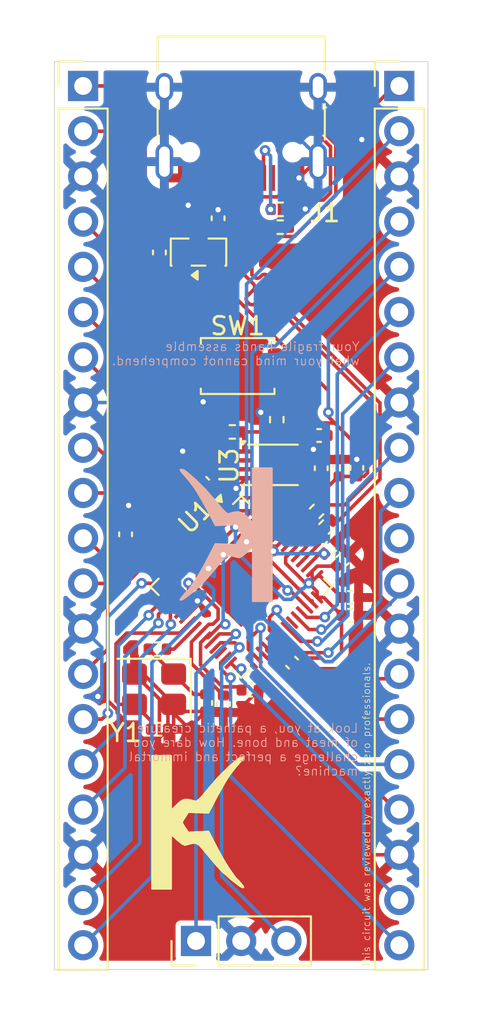
<source format=kicad_pcb>
(kicad_pcb (version 20241229) (generator "pcbnew") (generator_version "9.0")
  (layers (0 "F.Cu" signal) (2 "B.Cu" signal) (13 "F.Paste" user) (15 "B.Paste" user) (5 "F.SilkS" user "F.Silkscreen") (7 "B.SilkS" user "B.Silkscreen") (1 "F.Mask" user) (3 "B.Mask" user) (25 "Edge.Cuts" user))
  (net 0 "")
  (net 1 "+3V3")
  (net 2 "GND")
  (net 3 "+1V1")
  (net 4 "XIN")
  (net 5 "Net-(C16-Pad2)")
  (net 6 "Net-(J1-CC2)")
  (net 7 "USB_D-")
  (net 8 "USB_D+")
  (net 9 "Net-(J1-CC1)")
  (net 10 "GPIO9")
  (net 11 "GPIO2")
  (net 12 "GPIO4")
  (net 13 "GPIO0")
  (net 14 "GPIO1")
  (net 15 "GPIO10")
  (net 16 "GPIO5")
  (net 17 "GPIO14")
  (net 18 "GPIO11")
  (net 19 "GPIO13")
  (net 20 "GPIO6")
  (net 21 "GPIO8")
  (net 22 "GPIO12")
  (net 23 "GPIO3")
  (net 24 "GPIO7")
  (net 25 "GPIO15")
  (net 26 "VBUS")
  (net 27 "GPIO16")
  (net 28 "GPIO17")
  (net 29 "GPIO26_ADC0")
  (net 30 "RUN")
  (net 31 "GPIO27_ADC1")
  (net 32 "GPIO20")
  (net 33 "GPIO28_ADC2")
  (net 34 "GPIO19")
  (net 35 "GPIO29_ADC3")
  (net 36 "GPIO21")
  (net 37 "GPIO18")
  (net 38 "SWD")
  (net 39 "SWCLK")
  (net 40 "Net-(U1-USB_DP)")
  (net 41 "Net-(U1-USB_DM)")
  (net 42 "XOUT")
  (net 43 "QSPI_SS")
  (net 44 "Net-(R7-Pad1)")
  (net 45 "QSPI_SD1")
  (net 46 "GPIO23")
  (net 47 "GPIO22")
  (net 48 "QSPI_SD3")
  (net 49 "GPIO24")
  (net 51 "QSPI_SD2")
  (net 52 "QSPI_SCLK")
  (net 54 "QSPI_SD0")
  (footprint "Capacitor_SMD:C_0402_1005Metric" (layer "F.Cu") (at 67.560589 58.260589 -45)
    (property "Reference" "C5" (hide yes))
    (property "Value" "0.1uF")
  )
  (footprint "Capacitor_SMD:C_0402_1005Metric" (layer "F.Cu") (at 65.2 59.8)
    (property "Reference" "C10" (hide yes))
    (property "Value" "1uF")
  )
  (footprint "Valve:KLogo" (layer "F.Cu") (at 60.69 67.49)
    (property "Reference" "REF**" (hide yes))
    (property "Value" "KLogo" (hide yes))
  )
  (footprint "Connector_PinHeader_2.54mm:PinHeader_1x03_P2.54mm_Vertical" (layer "F.Cu") (at 62.16 73.89 90)
    (property "Reference" "J4" (hide yes))
    (property "Value" "Conn_01x03")
  )
  (footprint "Capacitor_SMD:C_0402_1005Metric" (layer "F.Cu") (at 60.1 35.22 -90)
    (property "Reference" "C13" (hide yes))
    (property "Value" "10uF")
  )
  (footprint "Capacitor_SMD:C_0402_1005Metric" (layer "F.Cu") (at 70.4 52.5 45)
    (property "Reference" "C17" (hide yes))
    (property "Value" "0.1uF")
  )
  (footprint "Connector_USB:USB_C_Receptacle_HRO_TYPE-C-31-M-12" (layer "F.Cu") (at 64.7 26.99 180)
    (property "Reference" "J1")
    (property "Value" "USB_C_Receptacle_USB2.0_14P")
  )
  (footprint "Capacitor_SMD:C_0402_1005Metric" (layer "F.Cu") (at 62.560589 48.160589 135)
    (property "Reference" "C3" (hide yes))
    (property "Value" "0.1uF")
  )
  (footprint "Capacitor_SMD:C_0402_1005Metric" (layer "F.Cu") (at 58.2 51.05 90)
    (property "Reference" "C6" (hide yes))
    (property "Value" "0.1uF")
  )
  (footprint "Capacitor_SMD:C_0402_1005Metric" (layer "F.Cu") (at 63.7 60.58 -90)
    (property "Reference" "C2" (hide yes))
    (property "Value" "0.1uF")
  )
  (footprint "Capacitor_SMD:C_0402_1005Metric" (layer "F.Cu") (at 70.82 55.6)
    (property "Reference" "C8" (hide yes))
    (property "Value" "0.1uF")
  )
  (footprint "Resistor_SMD:R_0402_1005Metric" (layer "F.Cu") (at 66.89 32.8)
    (property "Reference" "R1" (hide yes))
    (property "Value" "5.1k")
  )
  (footprint "Capacitor_SMD:C_0402_1005Metric" (layer "F.Cu") (at 70.2 47.32 90)
    (property "Reference" "C4" (hide yes))
    (property "Value" "0.1uF")
  )
  (footprint "Capacitor_SMD:C_0402_1005Metric" (layer "F.Cu") (at 69.08 45.5)
    (property "Reference" "C7" (hide yes))
    (property "Value" "0.1uF")
  )
  (footprint "Resistor_SMD:R_0402_1005Metric" (layer "F.Cu") (at 66.7 44.61 -90)
    (property "Reference" "R7" (hide yes))
    (property "Value" "1K")
  )
  (footprint "Capacitor_SMD:C_0402_1005Metric" (layer "F.Cu") (at 71.2 47.32 90)
    (property "Reference" "C1" (hide yes))
    (property "Value" "1uF")
  )
  (footprint "Crystal:Crystal_SMD_3225-4Pin_3.2x2.5mm" (layer "F.Cu") (at 59.8 59.75 180)
    (property "Reference" "Y1")
    (property "Value" "12 MHz")
  )
  (footprint "Package_TO_SOT_SMD:SOT-23" (layer "F.Cu") (at 62.3 35.2 90)
    (property "Reference" "U2" (hide yes))
    (property "Value" "MCP1700x-330xxTT")
  )
  (footprint "Capacitor_SMD:C_0402_1005Metric" (layer "F.Cu") (at 62.7 60.52 90)
    (property "Reference" "C16" (hide yes))
    (property "Value" "33pF")
  )
  (footprint "Resistor_SMD:R_0402_1005Metric" (layer "F.Cu") (at 59.990001 57.5)
    (property "Reference" "R5" (hide yes))
    (property "Value" "1K")
  )
  (footprint "Resistor_SMD:R_0402_1005Metric" (layer "F.Cu") (at 64.2 45.3)
    (property "Reference" "R6" (hide yes))
    (property "Value" "10K")
  )
  (footprint "Resistor_SMD:R_0402_1005Metric" (layer "F.Cu") (at 69.460624 50.639376 -135)
    (property "Reference" "R4" (hide yes))
    (property "Value" "27")
  )
  (footprint "Resistor_SMD:R_0402_1005Metric" (layer "F.Cu") (at 68.939376 49.760624 45)
    (property "Reference" "R3" (hide yes))
    (property "Value" "27")
  )
  (footprint "Capacitor_SMD:C_0402_1005Metric" (layer "F.Cu") (at 69.2 47.34 90)
    (property "Reference" "C12" (hide yes))
    (property "Value" "0.1uF")
  )
  (footprint "Capacitor_SMD:C_0402_1005Metric" (layer "F.Cu") (at 69.7 51.8 45)
    (property "Reference" "C11" (hide yes))
    (property "Value" "0.1uF")
  )
  (footprint "Capacitor_SMD:C_0402_1005Metric" (layer "F.Cu") (at 63.4 33.3 90)
    (property "Reference" "C14" (hide yes))
    (property "Value" "10uF")
  )
  (footprint "Package_DFN_QFN:QFN-56-1EP_7x7mm_P0.4mm_EP3.2x3.2mm" (layer "F.Cu") (at 64.7 54 -45)
    (property "Reference" "U1")
    (property "Value" "RP2040")
  )
  (footprint "Capacitor_SMD:C_0402_1005Metric" (layer "F.Cu") (at 70.82 54.6)
    (property "Reference" "C9" (hide yes))
    (property "Value" "0.1uF")
  )
  (footprint "Capacitor_SMD:C_0402_1005Metric" (layer "F.Cu") (at 60.1 62 180)
    (property "Reference" "C15" (hide yes))
    (property "Value" "33pF")
  )
  (footprint "Resistor_SMD:R_0402_1005Metric" (layer "F.Cu") (at 66.89 33.8)
    (property "Reference" "R2" (hide yes))
    (property "Value" "5.1k")
  )
  (footprint "Package_SON:Winbond_USON-8-1EP_3x2mm_P0.5mm_EP0.2x1.6mm" (layer "F.Cu") (at 66.275 47.15)
    (property "Reference" "U3")
    (property "Value" "W25Q128JVS")
  )
  (footprint "Connector_PinHeader_2.54mm:PinHeader_1x20_P2.54mm_Vertical" (layer "F.Cu") (at 55.81 25.87)
    (property "Reference" "J2" (hide yes))
    (property "Value" "Conn_01x20")
  )
  (footprint "Button_Switch_SMD:SW_Push_SPST_NO_Alps_SKRK" (layer "F.Cu") (at 64.5 41.6)
    (property "Reference" "SW1")
    (property "Value" "SW_Push")
  )
  (footprint "Connector_PinHeader_2.54mm:PinHeader_1x20_P2.54mm_Vertical" (layer "F.Cu") (at 73.59 25.87)
    (property "Reference" "J3" (hide yes))
    (property "Value" "Conn_01x20")
  )
  (footprint "Valve:KLogo" (layer "B.Cu") (at 65.42 51.34 180)
    (property "Reference" "REF**" (hide yes))
    (property "Value" "KLogo" (hide yes))
  )
  (gr_rect (start 54.2 24.5) (end 75.2 75.5) (stroke (width 0.05)) (fill no) (layer "Edge.Cuts"))
  (gr_text "This circuit was reviewed by exactly zero professionals." (at 71.98 75.4 90) (layer "F.SilkS") (effects (font (size 0.4 0.4) (thickness 0.0375)) (justify left bottom)))
  (gr_text "Look at you, a pathetic creature\nof meat and bone. How dare you\nchallenge a perfect and immortal \nmachine?" (at 71.31 64.64 0) (layer "B.SilkS") (effects (font (size 0.5 0.5) (thickness 0.05)) (justify left bottom mirror)))
  (gr_text "Your fragile hands assemble\nwhat your mind cannot comprehend." (at 71.39 41.6 -0) (layer "B.SilkS") (effects (font (size 0.5 0.5) (thickness 0.05)) (justify left bottom mirror)))
  (segment (start 69.6 42.983198) (end 69.6 44.2) (width 0.2) (layer "F.Cu") (net 1))
  (segment (start 63.401 55.248) (end 62.236258 54.083258) (width 0.2) (layer "F.Cu") (net 1))
  (segment (start 69.807521 58.201) (end 70.34 57.668521) (width 0.2) (layer "F.Cu") (net 1))
  (segment (start 61.562214 52.276427) (end 61.840711 52.554924) (width 0.2) (layer "F.Cu") (net 1))
  (segment (start 70.2 47.8) (end 70.163194 47.8) (width 0.2) (layer "F.Cu") (net 1))
  (segment (start 67.2 52.348528) (end 67.554944 51.993584) (width 0.2) (layer "F.Cu") (net 1))
  (segment (start 68.5 53.8) (end 68.576955 53.8) (width 0.2) (layer "F.Cu") (net 1))
  (segment (start 69.956128 44.8) (end 71.8 46.643872) (width 0.2) (layer "F.Cu") (net 1))
  (segment (start 68.318375 53.8) (end 68.5 53.8) (width 0.2) (layer "F.Cu") (net 1))
  (segment (start 69.392479 58.201) (end 69.807521 58.201) (width 0.2) (layer "F.Cu") (net 1))
  (segment (start 67.206964 57.921178) (end 66.423573 57.137787) (width 0.2) (layer "F.Cu") (net 1))
  (segment (start 71.2 47.8) (end 70.2 47.8) (width 0.2) (layer "F.Cu") (net 1))
  (segment (start 64.375637 50.647385) (end 62.468098 52.554924) (width 0.2) (layer "F.Cu") (net 1))
  (segment (start 67.301 58.001) (end 69.192479 58.001) (width 0.2) (layer "F.Cu") (net 1))
  (segment (start 62.9 46.09) (end 62.9 48.5) (width 0.2) (layer "F.Cu") (net 1))
  (segment (start 68.686314 53.613686) (end 68.5 53.8) (width 0.2) (layer "F.Cu") (net 1))
  (segment (start 62.410742 56.572101) (end 62.410742 56.589258) (width 0.2) (layer "F.Cu") (net 1))
  (segment (start 67.2 52.681625) (end 67.2 52.348528) (width 0.2) (layer "F.Cu") (net 1))
  (segment (start 63.107521 56.101) (end 63.401 55.807521) (width 0.2) (layer "F.Cu") (net 1))
  (segment (start 67.221178 57.921178) (end 67.206964 57.921178) (width 0.2) (layer "F.Cu") (net 1))
  (segment (start 68.969157 54.592202) (end 69.332202 54.592202) (width 0.2) (layer "F.Cu") (net 1))
  (segment (start 63.4 35.9875) (end 63.25 36.1375) (width 0.2) (layer "F.Cu") (net 1))
  (segment (start 70.060589 52.839411) (end 68.971858 52.839411) (width 0.2) (layer "F.Cu") (net 1))
  (segment (start 60.784787 51.499) (end 61.562214 52.276427) (width 0.2) (layer "F.Cu") (net 1))
  (segment (start 71.8 47.6) (end 71.6 47.8) (width 0.2) (layer "F.Cu") (net 1))
  (segment (start 61.840711 52.554924) (end 62.4 52.554924) (width 0.2) (layer "F.Cu") (net 1))
  (segment (start 69.6 44.443872) (end 69.956128 44.8) (width 0.2) (layer "F.Cu") (net 1))
  (segment (start 68.576955 53.8) (end 68.969157 53.407798) (width 0.2) (layer "F.Cu") (net 1))
  (segment (start 69.332202 54.592202) (end 70.34 55.6) (width 0.2) (layer "F.Cu") (net 1))
  (segment (start 62.4 52.554924) (end 62.236258 52.718666) (width 0.2) (layer "F.Cu") (net 1))
  (segment (start 62.410742 56.589258) (end 61.9 57.1) (width 0.2) (layer "F.Cu") (net 1))
  (segment (start 63.69 45.3) (end 62.9 46.09) (width 0.2) (layer "F.Cu") (net 1))
  (segment (start 62.881843 56.101) (end 63.107521 56.101) (width 0.2) (layer "F.Cu") (net 1))
  (segment (start 70.34 57.668521) (end 70.34 55.6) (width 0.2) (layer "F.Cu") (net 1))
  (segment (start 67.2 52.681625) (end 68.318375 53.8) (width 0.2) (layer "F.Cu") (net 1))
  (segment (start 62.9 48.523045) (end 64.107798 49.730843) (width 0.2) (layer "F.Cu") (net 1))
  (segment (start 64.571514 50.194559) (end 64.107798 49.730843) (width 0.2) (layer "F.Cu") (net 1))
  (segment (start 67.831597 51.716931) (end 67.831597 51.2) (width 0.2) (layer "F.Cu") (net 1))
  (segment (start 63.401 55.807521) (end 63.401 55.248) (width 0.2) (layer "F.Cu") (net 1))
  (segment (start 71.8 46.643872) (end 71.8 47.6) (width 0.2) (layer "F.Cu") (net 1))
  (segment (start 68.969157 54.592202) (end 68.969157 54.269157) (width 0.2) (layer "F.Cu") (net 1))
  (segment (start 69 45.1) (end 69 44.8) (width 0.2) (layer "F.Cu") (net 1))
  (segment (start 63.25 36.633198) (end 69.6 42.983198) (width 0.2) (layer "F.Cu") (net 1))
  (segment (start 68.6 45.5) (end 69 45.1) (width 0.2) (layer "F.Cu") (net 1))
  (segment (start 61.9 57.1) (end 61.9 58.3) (width 0.2) (layer "F.Cu") (net 1))
  (segment (start 63.4 33.78) (end 63.4 35.9875) (width 0.2) (layer "F.Cu") (net 1))
  (segment (start 63.25 36.1375) (end 63.25 36.633198) (width 0.2) (layer "F.Cu") (net 1))
  (segment (start 64.571514 50.451508) (end 64.571514 50.194559) (width 0.2) (layer "F.Cu") (net 1))
  (segment (start 58.2 51.53) (end 58.231 51.499) (width 0.2) (layer "F.Cu") (net 1))
  (segment (start 61.9 58.3) (end 63.7 60.1) (width 0.2) (layer "F.Cu") (net 1))
  (segment (start 62.410742 56.572101) (end 62.881843 56.101) (width 0.2) (layer "F.Cu") (net 1))
  (segment (start 67.782841 51.2) (end 67.831597 51.2) (width 0.2) (layer "F.Cu") (net 1))
  (segment (start 68.969157 54.269157) (end 68.5 53.8) (width 0.2) (layer "F.Cu") (net 1))
  (segment (start 69.147798 53.407798) (end 70.34 54.6) (width 0.2) (layer "F.Cu") (net 1))
  (segment (start 68.686314 53.124955) (end 68.686314 53.613686) (width 0.2) (layer "F.Cu") (net 1))
  (segment (start 68.969157 53.407798) (end 69.147798 53.407798) (width 0.2) (layer "F.Cu") (net 1))
  (segment (start 70.163194 47.8) (end 67.831597 50.131597) (width 0.2) (layer "F.Cu") (net 1))
  (segment (start 58.231 51.499) (end 60.784787 51.499) (width 0.2) (layer "F.Cu") (net 1))
  (segment (start 62.468098 52.554924) (end 62.4 52.554924) (width 0.2) (layer "F.Cu") (net 1))
  (segment (start 67.554944 51.993584) (end 67.831597 51.716931) (width 0.2) (layer "F.Cu") (net 1))
  (segment (start 69 44.8) (end 69.956128 44.8) (width 0.2) (layer "F.Cu") (net 1))
  (segment (start 71.6 47.8) (end 71.2 47.8) (width 0.2) (layer "F.Cu") (net 1))
  (segment (start 67.7 46.4) (end 67.84 46.4) (width 0.2) (layer "F.Cu") (net 1))
  (segment (start 68.971858 52.839411) (end 68.686314 53.124955) (width 0.2) (layer "F.Cu") (net 1))
  (segment (start 62.236258 52.718666) (end 62.236258 54.083258) (width 0.2) (layer "F.Cu") (net 1))
  (segment (start 62.9 48.5) (end 62.9 48.523045) (width 0.2) (layer "F.Cu") (net 1))
  (segment (start 67.2721 51.710741) (end 67.782841 51.2) (width 0.2) (layer "F.Cu") (net 1))
  (segment (start 67.7 46.4) (end 68.6 45.5) (width 0.2) (layer "F.Cu") (net 1))
  (segment (start 67.221178 57.921178) (end 67.301 58.001) (width 0.2) (layer "F.Cu") (net 1))
  (segment (start 67.831597 51.2) (end 67.831597 50.131597) (width 0.2) (layer "F.Cu") (net 1))
  (segment (start 69.6 44.2) (end 69.6 44.443872) (width 0.2) (layer "F.Cu") (net 1))
  (segment (start 64.375637 50.647385) (end 64.571514 50.451508) (width 0.2) (layer "F.Cu") (net 1))
  (segment (start 69.192479 58.001) (end 69.392479 58.201) (width 0.2) (layer "F.Cu") (net 1))
  (via (at 69.6 44.2) (size 0.6) (drill 0.3) (layers "F.Cu" "B.Cu") (net 1))
  (via (at 64.375637 50.647385) (size 0.6) (drill 0.3) (layers "F.Cu" "B.Cu") (net 1))
  (via (at 68.5 53.8) (size 0.6) (drill 0.3) (layers "F.Cu" "B.Cu") (net 1))
  (segment (start 68.199103 54.100897) (end 68.5 53.8) (width 0.2) (layer "B.Cu") (net 1))
  (segment (start 64.373899 51.013051) (end 64.373899 51.978258) (width 0.2) (layer "B.Cu") (net 1))
  (segment (start 68.118088 54.100897) (end 68.199103 54.100897) (width 0.2) (layer "B.Cu") (net 1))
  (segment (start 64.373899 50.645647) (end 64.375637 50.647385) (width 0.2) (layer "B.Cu") (net 1))
  (segment (start 73.59 36.03) (end 69.6 40.02) (width 0.2) (layer "B.Cu") (net 1))
  (segment (start 67.099792 54.704151) (end 67.514834 54.704151) (width 0.2) (layer "B.Cu") (net 1))
  (segment (start 67.514834 54.704151) (end 68.118088 54.100897) (width 0.2) (layer "B.Cu") (net 1))
  (segment (start 64.373899 51.013051) (end 64.373899 50.40176) (width 0.2) (layer "B.Cu") (net 1))
  (segment (start 69.6 40.02) (end 69.6 44.2) (width 0.2) (layer "B.Cu") (net 1))
  (segment (start 64.373899 50.40176) (end 64.373899 50.645647) (width 0.2) (layer "B.Cu") (net 1))
  (segment (start 64.373899 51.978258) (end 67.099792 54.704151) (width 0.2) (layer "B.Cu") (net 1))
  (segment (start 58.7 58.9) (end 62.15 62.35) (width 0.2) (layer "F.Cu") (net 2))
  (segment (start 60.1 35.7) (end 60.9125 35.7) (width 0.2) (layer "F.Cu") (net 2))
  (segment (start 70.2 46.84) (end 71.2 46.84) (width 0.2) (layer "F.Cu") (net 2))
  (segment (start 67.4 33.8) (end 67.492892 33.8) (width 0.2) (layer "F.Cu") (net 2))
  (segment (start 63.9 62.35) (end 65.68 60.57) (width 0.2) (layer "F.Cu") (net 2))
  (segment (start 69.2 46.86) (end 69.2 46.72) (width 0.2) (layer "F.Cu") (net 2))
  (segment (start 65.68 60.57) (end 65.68 59.8) (width 0.2) (layer "F.Cu") (net 2))
  (segment (start 62.4 43.45) (end 62.4 41.6) (width 0.2) (layer "F.Cu") (net 2))
  (segment (start 61.45 31.035) (end 61.45 32.3) (width 0.2) (layer "F.Cu") (net 2))
  (segment (start 58.7 58.9) (end 59.2 58.9) (width 0.2) (layer "F.Cu") (net 2))
  (segment (start 56.968521 60.16) (end 56.64 60.16) (width 0.2) (layer "F.Cu") (net 2))
  (segment (start 69.2 46.72) (end 68.76 46.28) (width 0.2) (layer "F.Cu") (net 2))
  (segment (start 71.34 58.6) (end 73.59 56.35) (width 0.2) (layer "F.Cu") (net 2))
  (segment (start 60.58 62) (end 60.069 62.511) (width 0.2) (layer "F.Cu") (net 2))
  (segment (start 64.85 48.031484) (end 64.408451 48.473033) (width 0.2) (layer "F.Cu") (net 2))
  (segment (start 58.7 58.9) (end 60.8 61) (width 0.2) (layer "F.Cu") (net 2))
  (segment (start 68.279 32.8) (end 68.3 32.779) (width 0.2) (layer "F.Cu") (net 2))
  (segment (start 62.56 43.61) (end 62.4 43.45) (width 0.2) (layer "F.Cu") (net 2))
  (segment (start 59.166262 62.511) (end 57.725322 61.07006) (width 0.2) (layer "F.Cu") (net 2))
  (segment (start 60.8 61) (end 62.7 61) (width 0.2) (layer "F.Cu") (net 2))
  (segment (start 62.3 41.7) (end 62.4 41.6) (width 0.2) (layer "F.Cu") (net 2))
  (segment (start 60.1 35.7) (end 62.100546 35.7) (width 0.2) (layer "F.Cu") (net 2))
  (segment (start 62.76 61.06) (end 62.7 61) (width 0.2) (layer "F.Cu") (net 2))
  (segment (start 62.889 33.331) (end 63.4 32.82) (width 0.2) (layer "F.Cu") (net 2))
  (segment (start 58.7 58.9) (end 60.101 60.301) (width 0.2) (layer "F.Cu") (net 2))
  (segment (start 65 44.2) (end 62.4 41.6) (width 0.2) (layer "F.Cu") (net 2))
  (segment (start 63.7 61.06) (end 64.42 61.06) (width 0.2) (layer "F.Cu") (net 2))
  (segment (start 61.35 36.1375) (end 61.663046 36.1375) (width 0.2) (layer "F.Cu") (net 2))
  (segment (start 58.2 49.6) (end 58.37 49.43) (width 0.2) (layer "F.Cu") (net 2))
  (segment (start 69.02 30.12) (end 68.865 30.12) (width 0.2) (layer "F.Cu") (net 2))
  (segment (start 61.35 40.55) (end 62.4 41.6) (width 0.2) (layer "F.Cu") (net 2))
  (segment (start 64.7 54) (end 63.67 52.97) (width 0.2) (layer "F.Cu") (net 2))
  (segment (start 61.7 62) (end 62.7 61) (width 0.2) (layer "F.Cu") (net 2))
  (segment (start 61.35 36.1375) (end 61.35 40.55) (width 0.2) (layer "F.Cu") (net 2))
  (segment (start 61.41 47.01) (end 62.221178 47.821178) (width 0.2) (layer "F.Cu") (net 2))
  (segment (start 60.9 60.6) (end 60.4 60.6) (width 0.2) (layer "F.Cu") (net 2))
  (segment (start 64.85 47.9) (end 64.85 48.031484) (width 0.2) (layer "F.Cu") (net 2))
  (segment (start 60.101 60.301) (end 60.101 64.759) (width 0.2) (layer "F.Cu") (net 2))
  (segment (start 60.101 64.759) (end 55.81 69.05) (width 0.2) (layer "F.Cu") (net 2))
  (segment (start 70.18 46.86) (end 70.2 46.84) (width 0.2) (layer "F.Cu") (net 2))
  (segment (start 61.45 32.3) (end 61.72 32.57) (width 0.2) (layer "F.Cu") (net 2))
  (segment (start 60.069 62.511) (end 59.166262 62.511) (width 0.2) (layer "F.Cu") (net 2))
  (segment (start 59.2 58.9) (end 60.9 60.6) (width 0.2) (layer "F.Cu") (net 2))
  (segment (start 62.889 34.911546) (end 62.889 33.331) (width 0.2) (layer "F.Cu") (net 2))
  (segment (start 69.2 46.86) (end 69.2 45.86) (width 0.2) (layer "F.Cu") (net 2))
  (segment (start 63.4 32.82) (end 63.4 32.8) (width 0.2) (layer "F.Cu") (net 2))
  (segment (start 60.1 35.7) (end 60.1 39.3) (width 0.2) (layer "F.Cu") (net 2))
  (segment (start 57.725322 60.916801) (end 56.968521 60.16) (width 0.2) (layer "F.Cu") (net 2))
  (segment (start 67.4 32.8) (end 68.279 32.8) (width 0.2) (layer "F.Cu") (net 2))
  (segment (start 71.4 41.46) (end 71.4 33.14) (width 0.2) (layer "F.Cu") (net 2))
  (segment (start 71.2 46.84) (end 71.2 46.750979) (width 0.2) (layer "F.Cu") (net 2))
  (segment (start 64.42 61.06) (end 65.68 59.8) (width 0.2) (layer "F.Cu") (net 2))
  (segment (start 69.2 46.86) (end 70.18 46.86) (width 0.2) (layer "F.Cu") (net 2))
  (segment (start 61.562213 55.723573) (end 62.236257 55.049529) (width 0.2) (layer "F.Cu") (net 2))
  (segment (start 73.59 30.95) (end 71.52 28.88) (width 0.2) (layer "F.Cu") (net 2))
  (segment (start 64.7 73.89) (end 65.68 72.91) (width 0.2) (layer "F.Cu") (net 2))
  (segment (start 71.52 28.88) (end 71.48 28.88) (width 0.2) (layer "F.Cu") (net 2))
  (segment (start 61.41 46.38) (end 61.41 47.01) (width 0.2) (layer "F.Cu") (net 2))
  (segment (start 58.2 50.57) (end 58.2 49.6) (width 0.2) (layer "F.Cu") (net 2))
  (segment (start 60.9 70.09) (end 60.9 60.6) (width 0.2) (layer "F.Cu") (net 2))
  (segment (start 67.9 58.6) (end 71.34 58.6) (width 0.2) (layer "F.Cu") (net 2))
  (segment (start 60.1 39.3) (end 62.4 41.6) (width 0.2) (layer "F.Cu") (net 2))
  (segment (start 62.901 61.201) (end 62.7 61) (width 0.2) (layer "F.Cu") (net 2))
  (segment (start 57.725322 61.07006) (end 57.725322 60.916801) (width 0.2) (layer "F.Cu") (net 2))
  (segment (start 65.801 44.2) (end 65 44.2) (width 0.2) (layer "F.Cu") (net 2))
  (segment (start 71.4 33.14) (end 73.59 30.95) (width 0.2) (layer "F.Cu") (net 2))
  (segment (start 60.58 62) (end 60.58 60.92) (width 0.2) (layer "F.Cu") (net 2))
  (segment (start 60.9125 35.7) (end 61.35 36.1375) (width 0.2) (layer "F.Cu") (net 2))
  (segment (start 63.67 52.97) (end 62.86 52.97) (width 0.2) (layer "F.Cu") (net 2))
  (segment (start 68.865 30.12) (end 67.95 31.035) (width 0.2) (layer "F.Cu") (net 2))
  (segment (start 58.7 58.9) (end 68.85 69.05) (width 0.2) (layer "F.Cu") (net 2))
  (segment (start 64.7 73.89) (end 60.9 70.09) (width 0.2) (layer "F.Cu") (net 2))
  (segment (start 68.85 69.05) (end 73.59 69.05) (width 0.2) (layer "F.Cu") (net 2))
  (segment (start 60.58 60.92) (end 60.9 60.6) (width 0.2) (layer "F.Cu") (net 2))
  (segment (start 58.7 58.9) (end 60.58 60.78) (width 0.2) (layer "F.Cu") (net 2))
  (segment (start 60.58 60.78) (end 60.58 62) (width 0.2) (layer "F.Cu") (net 2))
  (segment (start 60.58 62) (end 61.7 62) (width 0.2) (layer "F.Cu") (net 2))
  (segment (start 62.15 62.35) (end 63.9 62.35) (width 0.2) (layer "F.Cu") (net 2))
  (segment (start 69.2 45.86) (end 69.56 45.5) (width 0.2) (layer "F.Cu") (net 2))
  (segment (start 55.81 43.65) (end 55.85 43.65) (width 0.2) (layer "F.Cu") (net 2))
  (segment (start 62.100546 35.7) (end 62.889 34.911546) (width 0.2) (layer "F.Cu") (net 2))
  (segment (start 62.236257 55.049529) (end 62.236257 54.790364) (width 0.2) (layer "F.Cu") (net 2))
  (segment (start 65.68 72.91) (end 65.68 59.8) (width 0.2) (layer "F.Cu") (net 2))
  (segment (start 73.59 43.65) (end 71.4 41.46) (width 0.2) (layer "F.Cu") (net 2))
  (via (at 62.56 43.61) (size 0.6) (drill 0.3) (layers "F.Cu" "B.Cu") (net 2))
  (via (at 71.2 46.84) (size 0.6) (drill 0.3) (layers "F.Cu" "B.Cu") (net 2))
  (via (at 56.64 60.16) (size 0.6) (drill 0.3) (layers "F.Cu" "B.Cu") (net 2))
  (via (at 71.48 28.88) (size 0.6) (drill 0.3) (layers "F.Cu" "B.Cu") (net 2))
  (via (at 68.76 46.28) (size 0.6) (drill 0.3) (layers "F.Cu" "B.Cu") (net 2))
  (via (at 61.72 32.57) (size 0.6) (drill 0.3) (layers "F.Cu" "B.Cu") (net 2))
  (via (at 64.408451 48.473033) (size 0.6) (drill 0.3) (layers "F.Cu" "B.Cu") (net 2))
  (via (at 68.3 32.779) (size 0.6) (drill 0.3) (layers "F.Cu" "B.Cu") (net 2))
  (via (at 65.801 44.2) (size 0.6) (drill 0.3) (layers "F.Cu" "B.Cu") (net 2))
  (via (at 61.41 46.38) (size 0.6) (drill 0.3) (layers "F.Cu" "B.Cu") (net 2))
  (via (at 62.236257 54.790364) (size 0.6) (drill 0.3) (layers "F.Cu" "B.Cu") (net 2))
  (via (at 58.37 49.43) (size 0.6) (drill 0.3) (layers "F.Cu" "B.Cu") (net 2))
  (via (at 67.95 31.035) (size 0.6) (drill 0.3) (layers "F.Cu" "B.Cu") (net 2))
  (via (at 62.86 52.97) (size 0.6) (drill 0.3) (layers "F.Cu" "B.Cu") (net 2))
  (via (at 63.4 32.82) (size 0.6) (drill 0.3) (layers "F.Cu" "B.Cu") (net 2))
  (segment (start 61.235258 53.57339) (end 61.838648 52.97) (width 0.2) (layer "B.Cu") (net 2))
  (segment (start 56.861 59.939) (end 56.861 57.401) (width 0.2) (layer "B.Cu") (net 2))
  (segment (start 62.236257 54.790364) (end 62.03719 54.790364) (width 0.2) (layer "B.Cu") (net 2))
  (segment (start 56.64 60.16) (end 56.861 59.939) (width 0.2) (layer "B.Cu") (net 2))
  (segment (start 60.526 30.266) (end 64.555479 30.266) (width 0.2) (layer "B.Cu") (net 2))
  (segment (start 71.48 28.88) (end 69.02 26.42) (width 0.2) (layer "B.Cu") (net 2))
  (segment (start 72.539 67.999) (end 72.539 65.673199) (width 0.2) (layer "B.Cu") (net 2))
  (segment (start 64.408451 48.473033) (end 63.503033 48.473033) (width 0.2) (layer "B.Cu") (net 2))
  (segment (start 60.38 25.94) (end 60.38 30.12) (width 0.2) (layer "B.Cu") (net 2))
  (segment (start 72.539 65.673199) (end 65.286914 58.421113) (width 0.2) (layer "B.Cu") (net 2))
  (segment (start 61.91 52.97) (end 58.37 49.43) (width 0.2) (layer "B.Cu") (net 2))
  (segment (start 62.86 52.97) (end 61.91 52.97) (width 0.2) (layer "B.Cu") (net 2))
  (segment (start 61.235258 53.988432) (end 61.235258 53.57339) (width 0.2) (layer "B.Cu") (net 2))
  (segment (start 55.81 56.35) (end 58.37 53.79) (width 0.2) (layer "B.Cu") (net 2))
  (segment (start 58.37 53.79) (end 58.37 49.43) (width 0.2) (layer "B.Cu") (net 2))
  (segment (start 62.52 43.65) (end 62.56 43.61) (width 0.2) (layer "B.Cu") (net 2))
  (segment (start 65.907479 28.914) (end 68.064 28.914) (width 0.2) (layer "B.Cu") (net 2))
  (segment (start 63.503033 48.473033) (end 61.41 46.38) (width 0.2) (layer "B.Cu") (net 2))
  (segment (start 56.861 57.401) (end 55.81 56.35) (width 0.2) (layer "B.Cu") (net 2))
  (segment (start 65.995435 55.799) (end 69.521774 59.325339) (width 0.2) (layer "B.Cu") (net 2))
  (segment (start 62.86 52.97) (end 62.86 43.91) (width 0.2) (layer "B.Cu") (net 2))
  (segment (start 69.02 26.42) (end 69.02 25.94) (width 0.2) (layer "B.Cu") (net 2))
  (segment (start 71.2 46.04) (end 71.2 46.84) (width 0.2) (layer "B.Cu") (net 2))
  (segment (start 64.555479 30.266) (end 65.907479 28.914) (width 0.2) (layer "B.Cu") (net 2))
  (segment (start 65.286914 56.092479) (end 65.580393 55.799) (width 0.2) (layer "B.Cu") (net 2))
  (segment (start 60.38 30.12) (end 60.526 30.266) (width 0.2) (layer "B.Cu") (net 2))
  (segment (start 60.38 39.08) (end 55.81 43.65) (width 0.2) (layer "B.Cu") (net 2))
  (segment (start 63.15 32.57) (end 63.4 32.82) (width 0.2) (layer "B.Cu") (net 2))
  (segment (start 69.02 25.94) (end 69.02 30.12) (width 0.2) (layer "B.Cu") (net 2))
  (segment (start 68.3 31.385) (end 67.95 31.035) (width 0.2) (layer "B.Cu") (net 2))
  (segment (start 69.521774 59.325339) (end 70.614661 59.325339) (width 0.2) (layer "B.Cu") (net 2))
  (segment (start 68.76 46.28) (end 66.68 44.2) (width 0.2) (layer "B.Cu") (net 2))
  (segment (start 66.68 44.2) (end 65.801 44.2) (width 0.2) (layer "B.Cu") (net 2))
  (segment (start 55.81 43.65) (end 62.52 43.65) (width 0.2) (layer "B.Cu") (net 2))
  (segment (start 69.02 25.94) (end 60.38 25.94) (width 0.2) (layer "B.Cu") (net 2))
  (segment (start 61.838648 52.97) (end 62.86 52.97) (width 0.2) (layer "B.Cu") (net 2))
  (segment (start 55.81 43.65) (end 62.86 50.7) (width 0.2) (layer "B.Cu") (net 2))
  (segment (start 61.41 46.39) (end 61.41 46.38) (width 0.2) (layer "B.Cu") (net 2))
  (segment (start 55.81 43.65) (end 58.54 46.38) (width 0.2) (layer "B.Cu") (net 2))
  (segment (start 69.02 29.87) (end 69.02 30.12) (width 0.2) (layer "B.Cu") (net 2))
  (segment (start 60.38 30.12) (end 60.38 39.08) (width 0.2) (layer "B.Cu") (net 2))
  (segment (start 65.580393 55.799) (end 65.995435 55.799) (width 0.2) (layer "B.Cu") (net 2))
  (segment (start 58.37 49.43) (end 61.41 46.39) (width 0.2) (layer "B.Cu") (net 2))
  (segment (start 68.064 28.914) (end 69.02 29.87) (width 0.2) (layer "B.Cu") (net 2))
  (segment (start 68.3 32.779) (end 68.3 31.385) (width 0.2) (layer "B.Cu") (net 2))
  (segment (start 73.59 43.65) (end 71.2 46.04) (width 0.2) (layer "B.Cu") (net 2))
  (segment (start 65.286914 58.421113) (end 65.286914 56.092479) (width 0.2) (layer "B.Cu") (net 2))
  (segment (start 58.54 46.38) (end 61.41 46.38) (width 0.2) (layer "B.Cu") (net 2))
  (segment (start 73.59 69.05) (end 72.539 67.999) (width 0.2) (layer "B.Cu") (net 2))
  (segment (start 62.03719 54.790364) (end 61.235258 53.988432) (width 0.2) (layer "B.Cu") (net 2))
  (segment (start 58.37 49.43) (end 58.37 47.8) (width 0.2) (layer "B.Cu") (net 2))
  (segment (start 62.86 43.91) (end 62.56 43.61) (width 0.2) (layer "B.Cu") (net 2))
  (segment (start 70.614661 59.325339) (end 73.59 56.35) (width 0.2) (layer "B.Cu") (net 2))
  (segment (start 61.72 32.57) (end 63.15 32.57) (width 0.2) (layer "B.Cu") (net 2))
  (segment (start 58.37 47.8) (end 62.56 43.61) (width 0.2) (layer "B.Cu") (net 2))
  (segment (start 62.86 50.7) (end 62.86 52.97) (width 0.2) (layer "B.Cu") (net 2))
  (segment (start 67.5 49.935508) (end 67.5 50.917157) (width 0.2) (layer "F.Cu") (net 3))
  (segment (start 62.833592 56.854943) (end 63.585411 56.103124) (width 0.2) (layer "F.Cu") (net 3))
  (segment (start 66.375538 51.717157) (end 66.7 51.717157) (width 0.2) (layer "F.Cu") (net 3))
  (segment (start 62.693585 56.854943) (end 62.415088 57.13344) (width 0.2) (layer "F.Cu") (net 3))
  (segment (start 63.585411 56.103124) (end 63.804262 56.103124) (width 0.2) (layer "F.Cu") (net 3))
  (segment (start 64.539 59.619) (end 64.72 59.8) (width 0.2) (layer "F.Cu") (net 3))
  (segment (start 69.106174 52.139411) (end 68.403472 52.842113) (width 0.2) (layer "F.Cu") (net 3))
  (segment (start 66.375538 51.717157) (end 66.5145 51.856119) (width 0.2) (layer "F.Cu") (net 3))
  (segment (start 67.5 50.917157) (end 66.989258 51.427899) (width 0.2) (layer "F.Cu") (net 3))
  (segment (start 69.2 48.235508) (end 67.5 49.935508) (width 0.2) (layer "F.Cu") (net 3))
  (segment (start 63.685786 52.077266) (end 64.792479 50.970573) (width 0.2) (layer "F.Cu") (net 3))
  (segment (start 64.792479 50.970573) (end 65.628954 50.970573) (width 0.2) (layer "F.Cu") (net 3))
  (segment (start 63.644678 59.619) (end 64.539 59.619) (width 0.2) (layer "F.Cu") (net 3))
  (segment (start 62.693585 56.854943) (end 62.833592 56.854943) (width 0.2) (layer "F.Cu") (net 3))
  (segment (start 69.360589 52.139411) (end 69.106174 52.139411) (width 0.2) (layer "F.Cu") (net 3))
  (segment (start 62.415088 58.38941) (end 63.644678 59.619) (width 0.2) (layer "F.Cu") (net 3))
  (segment (start 62.415088 57.13344) (end 62.415088 58.38941) (width 0.2) (layer "F.Cu") (net 3))
  (segment (start 66.5145 51.856119) (end 66.5145 51.996125) (width 0.2) (layer "F.Cu") (net 3))
  (segment (start 65.628954 50.970573) (end 66.375538 51.717157) (width 0.2) (layer "F.Cu") (net 3))
  (segment (start 66.7 51.717157) (end 66.989258 51.427899) (width 0.2) (layer "F.Cu") (net 3))
  (segment (start 63.685786 52.185786) (end 63.685786 52.077266) (width 0.2) (layer "F.Cu") (net 3))
  (segment (start 69.2 47.82) (end 69.2 48.235508) (width 0.2) (layer "F.Cu") (net 3))
  (via (at 63.685786 52.185786) (size 0.6) (drill 0.3) (layers "F.Cu" "B.Cu") (net 3))
  (via (at 69.360589 52.139411) (size 0.6) (drill 0.3) (layers "F.Cu" "B.Cu") (net 3))
  (via (at 66.5145 51.996125) (size 0.6) (drill 0.3) (layers "F.Cu" "B.Cu") (net 3))
  (via (at 63.804262 56.103124) (size 0.6) (drill 0.3) (layers "F.Cu" "B.Cu") (net 3))
  (segment (start 63.804262 56.103124) (end 63.685786 55.984648) (width 0.2) (layer "B.Cu") (net 3))
  (segment (start 66.657786 52.139411) (end 69.360589 52.139411) (width 0.2) (layer "B.Cu") (net 3))
  (segment (start 63.685786 55.984648) (end 63.685786 52.185786) (width 0.2) (layer "B.Cu") (net 3))
  (segment (start 63.804262 56.103124) (end 63.873899 56.033487) (width 0.2) (layer "B.Cu") (net 3))
  (segment (start 66.5145 51.996125) (end 66.657786 52.139411) (width 0.2) (layer "B.Cu") (net 3))
  (segment (start 57.66 57.2) (end 58.26 56.6) (width 0.2) (layer "F.Cu") (net 4))
  (segment (start 58.26 56.6) (end 61.251472 56.6) (width 0.2) (layer "F.Cu") (net 4))
  (segment (start 57.66 60.41) (end 57.66 57.2) (width 0.2) (layer "F.Cu") (net 4))
  (segment (start 58.7 60.6) (end 57.85 60.6) (width 0.2) (layer "F.Cu") (net 4))
  (segment (start 59.62 61.52) (end 58.7 60.6) (width 0.2) (layer "F.Cu") (net 4))
  (segment (start 57.85 60.6) (end 57.66 60.41) (width 0.2) (layer "F.Cu") (net 4))
  (segment (start 59.62 62) (end 59.62 61.52) (width 0.2) (layer "F.Cu") (net 4))
  (segment (start 61.251472 56.6) (end 61.845056 56.006416) (width 0.2) (layer "F.Cu") (net 4))
  (segment (start 62.04 60.04) (end 60.9 58.9) (width 0.2) (layer "F.Cu") (net 5))
  (segment (start 62.7 60.04) (end 62.04 60.04) (width 0.2) (layer "F.Cu") (net 5))
  (segment (start 59.480002 57.5) (end 59.5 57.5) (width 0.2) (layer "F.Cu") (net 5))
  (segment (start 59.5 57.5) (end 60.9 58.9) (width 0.2) (layer "F.Cu") (net 5))
  (segment (start 66.851 32.472082) (end 66.851 33.329) (width 0.2) (layer "F.Cu") (net 6))
  (segment (start 62.95 31.035) (end 62.95 30.184322) (width 0.2) (layer "F.Cu") (net 6))
  (segment (start 69.319918 32.279) (end 67.044082 32.279) (width 0.2) (layer "F.Cu") (net 6))
  (segment (start 69.721 31.877918) (end 69.319918 32.279) (width 0.2) (layer "F.Cu") (net 6))
  (segment (start 69.721 29.279636) (end 69.721 31.877918) (width 0.2) (layer "F.Cu") (net 6))
  (segment (start 69.009364 28.568) (end 69.721 29.279636) (width 0.2) (layer "F.Cu") (net 6))
  (segment (start 66.851 33.329) (end 66.38 33.8) (width 0.2) (layer "F.Cu") (net 6))
  (segment (start 62.95 30.184322) (end 64.566322 28.568) (width 0.2) (layer "F.Cu") (net 6))
  (segment (start 67.044082 32.279) (end 66.851 32.472082) (width 0.2) (layer "F.Cu") (net 6))
  (segment (start 64.566322 28.568) (end 69.009364 28.568) (width 0.2) (layer "F.Cu") (net 6))
  (segment (start 66.188566 37.362889) (end 66.27342 37.447742) (width 0.2) (layer "F.Cu") (net 7))
  (segment (start 70.178134 50.278752) (end 69.821248 50.278752) (width 0.2) (layer "F.Cu") (net 7))
  (segment (start 65.4 30.1) (end 65.1 30.1) (width 0.2) (layer "F.Cu") (net 7))
  (segment (start 65.1 30.1) (end 64.5 30.1) (width 0.2) (layer "F.Cu") (net 7))
  (segment (start 65.301 35.596248) (end 65.301 35.725356) (width 0.2) (layer "F.Cu") (net 7))
  (segment (start 66.266211 36.945834) (end 66.188565 37.023477) (width 0.2) (layer "F.Cu") (net 7))
  (segment (start 65.45 30.15) (end 65.4 30.1) (width 0.2) (layer "F.Cu") (net 7))
  (segment (start 65.301 36.177231) (end 65.301 36.475322) (width 0.2) (layer "F.Cu") (net 7))
  (segment (start 65.292 30.1) (end 65.301 30.109) (width 0.2) (layer "F.Cu") (net 7))
  (segment (start 64.45 31.035) (end 64.45 30.15) (width 0.2) (layer "F.Cu") (net 7))
  (segment (start 65.301 35.725356) (end 65.301 36.177231) (width 0.2) (layer "F.Cu") (net 7))
  (segment (start 66.27342 37.447742) (end 66.931144 38.105466) (width 0.2) (layer "F.Cu") (net 7))
  (segment (start 66.931144 38.105466) (end 72.502 43.676322) (width 0.2) (layer "F.Cu") (net 7))
  (segment (start 65.45 31.035) (end 65.45 30.15) (width 0.2) (layer "F.Cu") (net 7))
  (segment (start 66.181359 36.52157) (end 66.266211 36.606422) (width 0.2) (layer "F.Cu") (net 7))
  (segment (start 65.764304 36.599215) (end 65.841947 36.521569) (width 0.2) (layer "F.Cu") (net 7))
  (segment (start 72.502 47.954886) (end 70.178134 50.278752) (width 0.2) (layer "F.Cu") (net 7))
  (segment (start 72.502 43.676322) (end 72.502 47.954886) (width 0.2) (layer "F.Cu") (net 7))
  (segment (start 64.45 30.15) (end 64.5 30.1) (width 0.2) (layer "F.Cu") (net 7))
  (segment (start 65.301 30.109) (end 65.301 35.596248) (width 0.2) (layer "F.Cu") (net 7))
  (segment (start 65.301 36.475322) (end 65.424892 36.599214) (width 0.2) (layer "F.Cu") (net 7))
  (segment (start 65.1 30.1) (end 65.292 30.1) (width 0.2) (layer "F.Cu") (net 7))
  (arc (start 66.266211 36.606422) (mid 66.336505 36.776127) (end 66.266211 36.945834) (width 0.2) (layer "F.Cu") (net 7))
  (arc (start 65.424892 36.599214) (mid 65.594598 36.669508) (end 65.764304 36.599215) (width 0.2) (layer "F.Cu") (net 7))
  (arc (start 65.841947 36.521569) (mid 66.011653 36.451276) (end 66.181359 36.52157) (width 0.2) (layer "F.Cu") (net 7))
  (arc (start 66.188565 37.023477) (mid 66.118272 37.193183) (end 66.188566 37.362889) (width 0.2) (layer "F.Cu") (net 7))
  (segment (start 64.5 32.1) (end 64.9 32.1) (width 0.2) (layer "F.Cu") (net 8))
  (segment (start 64.5 32.1) (end 64.5 36.1) (width 0.2) (layer "F.Cu") (net 8))
  (segment (start 65.89529 38.848977) (end 65.980142 38.933829) (width 0.2) (layer "F.Cu") (net 8))
  (segment (start 67.081251 38.681251) (end 67.320805 38.920805) (width 0.2) (layer "F.Cu") (net 8))
  (segment (start 66.996397 38.596396) (end 67.081251 38.681251) (width 0.2) (layer "F.Cu") (net 8))
  (segment (start 67.320805 38.920805) (end 72.201 43.801) (width 0.2) (layer "F.Cu") (net 8))
  (segment (start 65.046745 38.000466) (end 65.131597 38.085318) (width 0.2) (layer "F.Cu") (net 8))
  (segment (start 70.525678 49.4) (end 69.3 49.4) (width 0.2) (layer "F.Cu") (net 8))
  (segment (start 63.95 32.05) (end 64 32.1) (width 0.2) (layer "F.Cu") (net 8))
  (segment (start 66.319554 38.933829) (end 66.656986 38.596396) (width 0.2) (layer "F.Cu") (net 8))
  (segment (start 72.201 43.801) (end 72.201 47.724678) (width 0.2) (layer "F.Cu") (net 8))
  (segment (start 66.147869 37.747868) (end 66.232723 37.832723) (width 0.2) (layer "F.Cu") (net 8))
  (segment (start 65.384195 37.323606) (end 65.046745 37.661055) (width 0.2) (layer "F.Cu") (net 8))
  (segment (start 64.9 32.1) (end 64.95 32.05) (width 0.2) (layer "F.Cu") (net 8))
  (segment (start 63.95 31.035) (end 63.95 32.05) (width 0.2) (layer "F.Cu") (net 8))
  (segment (start 72.201 47.724678) (end 70.525678 49.4) (width 0.2) (layer "F.Cu") (net 8))
  (segment (start 64 32.1) (end 64.5 32.1) (width 0.2) (layer "F.Cu") (net 8))
  (segment (start 66.232723 38.172134) (end 65.89529 38.509566) (width 0.2) (layer "F.Cu") (net 8))
  (segment (start 65.471009 38.085318) (end 65.808458 37.747868) (width 0.2) (layer "F.Cu") (net 8))
  (segment (start 64.95 32.05) (end 64.95 31.035) (width 0.2) (layer "F.Cu") (net 8))
  (segment (start 64.5 36.1) (end 65.384195 36.984195) (width 0.2) (layer "F.Cu") (net 8))
  (arc (start 65.808458 37.747868) (mid 65.978163 37.677574) (end 66.147869 37.747868) (width 0.2) (layer "F.Cu") (net 8))
  (arc (start 66.656986 38.596396) (mid 66.826691 38.526102) (end 66.996397 38.596396) (width 0.2) (layer "F.Cu") (net 8))
  (arc (start 65.980142 38.933829) (mid 66.149848 39.004124) (end 66.319554 38.933829) (width 0.2) (layer "F.Cu") (net 8))
  (arc (start 65.131597 38.085318) (mid 65.301303 38.155613) (end 65.471009 38.085318) (width 0.2) (layer "F.Cu") (net 8))
  (arc (start 65.384195 36.984195) (mid 65.454489 37.153901) (end 65.384195 37.323606) (width 0.2) (layer "F.Cu") (net 8))
  (arc (start 65.89529 38.509566) (mid 65.824996 38.679271) (end 65.89529 38.848977) (width 0.2) (layer "F.Cu") (net 8))
  (arc (start 66.232723 37.832723) (mid 66.303017 38.002429) (end 66.232723 38.172134) (width 0.2) (layer "F.Cu") (net 8))
  (arc (start 65.046745 37.661055) (mid 64.976451 37.83076) (end 65.046745 38.000466) (width 0.2) (layer "F.Cu") (net 8))
  (segment (start 65.95 31.035) (end 65.95 29.58) (width 0.2) (layer "F.Cu") (net 9))
  (segment (start 66.3 32.8) (end 66.2 32.7) (width 0.2) (layer "F.Cu") (net 9))
  (segment (start 65.95 29.58) (end 66.04 29.49) (width 0.2) (layer "F.Cu") (net 9))
  (segment (start 66.38 32.8) (end 66.3 32.8) (width 0.2) (layer "F.Cu") (net 9))
  (via (at 66.351 32.8) (size 0.6) (drill 0.3) (layers "F.Cu" "B.Cu") (net 9))
  (via (at 66.04 29.49) (size 0.6) (drill 0.3) (layers "F.Cu" "B.Cu") (net 9))
  (segment (start 66.351 29.801) (end 66.351 32.8) (width 0.2) (layer "B.Cu") (net 9))
  (segment (start 66.04 29.49) (end 66.351 29.801) (width 0.2) (layer "B.Cu") (net 9))
  (segment (start 59.525678 52.1) (end 60.254416 52.1) (width 0.2) (layer "F.Cu") (net 10))
  (segment (start 57.815678 53.81) (end 59.525678 52.1) (width 0.2) (layer "F.Cu") (net 10))
  (segment (start 60.254416 52.1) (end 60.996528 52.842112) (width 0.2) (layer "F.Cu") (net 10))
  (segment (start 55.81 53.81) (end 57.815678 53.81) (width 0.2) (layer "F.Cu") (net 10))
  (segment (start 58.698 36.378) (end 58.698 46.018101) (width 0.2) (layer "F.Cu") (net 11))
  (segment (start 58.698 46.018101) (end 63.25927 50.579371) (width 0.2) (layer "F.Cu") (net 11))
  (segment (start 55.81 33.49) (end 58.698 36.378) (width 0.2) (layer "F.Cu") (net 11))
  (segment (start 58.096 46.547472) (end 62.693584 51.145056) (width 0.2) (layer "F.Cu") (net 12))
  (segment (start 55.81 38.57) (end 58.096 40.856) (width 0.2) (layer "F.Cu") (net 12))
  (segment (start 58.096 40.856) (end 58.096 46.547472) (width 0.2) (layer "F.Cu") (net 12))
  (segment (start 63.691022 50.013686) (end 63.824955 50.013686) (width 0.2) (layer "F.Cu") (net 13))
  (segment (start 55.81 25.87) (end 57.77 25.87) (width 0.2) (layer "F.Cu") (net 13))
  (segment (start 59.3 45.622664) (end 63.691022 50.013686) (width 0.2) (layer "F.Cu") (net 13))
  (segment (start 59.3 27.4) (end 59.3 45.622664) (width 0.2) (layer "F.Cu") (net 13))
  (segment (start 57.77 25.87) (end 59.3 27.4) (width 0.2) (layer "F.Cu") (net 13))
  (segment (start 58.709 28.41) (end 58.999 28.7) (width 0.2) (layer "F.Cu") (net 14))
  (segment (start 58.999 45.753415) (end 63.542113 50.296528) (width 0.2) (layer "F.Cu") (net 14))
  (segment (start 58.999 28.7) (end 58.999 45.753415) (width 0.2) (layer "F.Cu") (net 14))
  (segment (start 55.81 28.41) (end 58.709 28.41) (width 0.2) (layer "F.Cu") (net 14))
  (segment (start 60.288731 52.7) (end 60.713686 53.124955) (width 0.2) (layer "F.Cu") (net 15))
  (segment (start 59.351356 52.7) (end 60.288731 52.7) (width 0.2) (layer "F.Cu") (net 15))
  (segment (start 55.81 58.89) (end 57.19 57.51) (width 0.2) (layer "F.Cu") (net 15))
  (segment (start 57.19 54.861356) (end 59.351356 52.7) (width 0.2) (layer "F.Cu") (net 15))
  (segment (start 57.19 57.51) (end 57.19 54.861356) (width 0.2) (layer "F.Cu") (net 15))
  (segment (start 57.795 43.095) (end 57.795 46.812159) (width 0.2) (layer "F.Cu") (net 16))
  (segment (start 55.81 41.11) (end 57.795 43.095) (width 0.2) (layer "F.Cu") (net 16))
  (segment (start 57.795 46.812159) (end 62.410741 51.4279) (width 0.2) (layer "F.Cu") (net 16))
  (segment (start 60.718032 55.436383) (end 60.996528 55.157887) (width 0.2) (layer "F.Cu") (net 17))
  (segment (start 60.718032 56.074234) (end 60.718032 55.436383) (width 0.2) (layer "F.Cu") (net 17))
  (segment (start 60.743798 56.1) (end 60.718032 56.074234) (width 0.2) (layer "F.Cu") (net 17))
  (via (at 60.743798 56.1) (size 0.6) (drill 0.3) (layers "F.Cu" "B.Cu") (net 17))
  (segment (start 59.01 58.05) (end 59.01 68.39) (width 0.2) (layer "B.Cu") (net 17))
  (segment (start 60.743798 56.316202) (end 59.01 58.05) (width 0.2) (layer "B.Cu") (net 17))
  (segment (start 60.8 56.156202) (end 60.743798 56.1) (width 0.2) (layer "B.Cu") (net 17))
  (segment (start 60.743798 56.1) (end 60.743798 56.316202) (width 0.2) (layer "B.Cu") (net 17))
  (segment (start 59.01 68.39) (end 55.81 71.59) (width 0.2) (layer "B.Cu") (net 17))
  (segment (start 56.87 61.43) (end 57.2 61.1) (width 0.2) (layer "F.Cu") (net 18))
  (segment (start 55.81 61.43) (end 56.87 61.43) (width 0.2) (layer "F.Cu") (net 18))
  (segment (start 60.038641 53.8) (end 60.430843 53.407798) (width 0.2) (layer "F.Cu") (net 18))
  (segment (start 59.1 53.8) (end 60.038641 53.8) (width 0.2) (layer "F.Cu") (net 18))
  (via (at 59.1 53.8) (size 0.6) (drill 0.3) (layers "F.Cu" "B.Cu") (net 18))
  (via (at 57.2 61.1) (size 0.6) (drill 0.3) (layers "F.Cu" "B.Cu") (net 18))
  (segment (start 57.2 55.7) (end 59.1 53.8) (width 0.2) (layer "B.Cu") (net 18))
  (segment (start 57.2 61.1) (end 57.2 55.7) (width 0.2) (layer "B.Cu") (net 18))
  (segment (start 60.04661 55.542121) (end 60.713686 54.875045) (width 0.2) (layer "F.Cu") (net 19))
  (segment (start 60.04661 56.037288) (end 60.04661 55.542121) (width 0.2) (layer "F.Cu") (net 19))
  (via (at 60.04661 56.037288) (size 0.6) (drill 0.3) (layers "F.Cu" "B.Cu") (net 19))
  (segment (start 58.16 64.16) (end 58.16 57.923898) (width 0.2) (layer "B.Cu") (net 19))
  (segment (start 55.81 66.51) (end 58.16 64.16) (width 0.2) (layer "B.Cu") (net 19))
  (segment (start 58.16 57.923898) (end 60.04661 56.037288) (width 0.2) (layer "B.Cu") (net 19))
  (segment (start 55.81 46.19) (end 56.607157 46.19) (width 0.2) (layer "F.Cu") (net 20))
  (segment (start 56.607157 46.19) (end 62.127899 51.710742) (width 0.2) (layer "F.Cu") (net 20))
  (segment (start 59.4 51.8) (end 60.520101 51.8) (width 0.2) (layer "F.Cu") (net 21))
  (segment (start 60.520101 51.8) (end 61.279371 52.55927) (width 0.2) (layer "F.Cu") (net 21))
  (segment (start 55.97 51.27) (end 57.6 52.9) (width 0.2) (layer "F.Cu") (net 21))
  (segment (start 55.81 51.27) (end 55.97 51.27) (width 0.2) (layer "F.Cu") (net 21))
  (segment (start 57.6 52.9) (end 58.3 52.9) (width 0.2) (layer "F.Cu") (net 21))
  (segment (start 58.3 52.9) (end 59.4 51.8) (width 0.2) (layer "F.Cu") (net 21))
  (segment (start 59.5 55.523045) (end 60.430843 54.592202) (width 0.2) (layer "F.Cu") (net 22))
  (segment (start 59.5 55.6) (end 59.5 55.523045) (width 0.2) (layer "F.Cu") (net 22))
  (via (at 59.5 55.6) (size 0.6) (drill 0.3) (layers "F.Cu" "B.Cu") (net 22))
  (segment (start 55.81 63.97) (end 57.79 61.99) (width 0.2) (layer "B.Cu") (net 22))
  (segment (start 57.79 61.99) (end 57.79 57.31) (width 0.2) (layer "B.Cu") (net 22))
  (segment (start 57.79 57.31) (end 59.5 55.6) (width 0.2) (layer "B.Cu") (net 22))
  (segment (start 58.397 46.282786) (end 62.976427 50.862213) (width 0.2) (layer "F.Cu") (net 23))
  (segment (start 58.397 38.617) (end 58.397 46.282786) (width 0.2) (layer "F.Cu") (net 23))
  (segment (start 55.81 36.03) (end 58.397 38.617) (width 0.2) (layer "F.Cu") (net 23))
  (segment (start 58.581472 48.73) (end 61.845057 51.993585) (width 0.2) (layer "F.Cu") (net 24))
  (segment (start 55.81 48.73) (end 58.581472 48.73) (width 0.2) (layer "F.Cu") (net 24))
  (segment (start 61.736258 54.983843) (end 61.279371 55.44073) (width 0.2) (layer "F.Cu") (net 25))
  (segment (start 61.736258 53.780911) (end 61.736258 54.983843) (width 0.2) (layer "F.Cu") (net 25))
  (via (at 61.736258 53.780911) (size 0.6) (drill 0.3) (layers "F.Cu" "B.Cu") (net 25))
  (segment (start 62.790911 53.780911) (end 61.736258 53.780911) (width 0.2) (layer "B.Cu") (net 25))
  (segment (start 63.15 54.14) (end 62.790911 53.780911) (width 0.2) (layer "B.Cu") (net 25))
  (segment (start 63.15 54.79) (end 63.15 54.14) (width 0.2) (layer "B.Cu") (net 25))
  (segment (start 62.452946 55.487054) (end 63.15 54.79) (width 0.2) (layer "B.Cu") (net 25))
  (segment (start 55.81 74.13) (end 59.68 70.26) (width 0.2) (layer "B.Cu") (net 25))
  (segment (start 59.68 70.26) (end 59.68 58.26) (width 0.2) (layer "B.Cu") (net 25))
  (segment (start 59.68 58.26) (end 62.452946 55.487054) (width 0.2) (layer "B.Cu") (net 25))
  (segment (start 62.25 30.11) (end 62.25 31.035) (width 0.2) (layer "F.Cu") (net 26))
  (segment (start 70.022 29.154958) (end 70.022 32.002596) (width 0.2) (layer "F.Cu") (net 26))
  (segment (start 64.093 28.267) (end 62.25 30.11) (width 0.2) (layer "F.Cu") (net 26))
  (segment (start 73.59 25.87) (end 73.306958 25.87) (width 0.2) (layer "F.Cu") (net 26))
  (segment (start 65.602 33.820918) (end 65.602 32.1) (width 0.2) (layer "F.Cu") (net 26))
  (segment (start 62.3 31.085) (end 62.25 31.035) (width 0.2) (layer "F.Cu") (net 26))
  (segment (start 69.134042 28.267) (end 64.093 28.267) (width 0.2) (layer "F.Cu") (net 26))
  (segment (start 65.602 32.1) (end 66.741 32.1) (width 0.2) (layer "F.Cu") (net 26))
  (segment (start 70.022 29.154958) (end 69.134042 28.267) (width 0.2) (layer "F.Cu") (net 26))
  (segment (start 66.102082 34.321) (end 65.602 33.820918) (width 0.2) (layer "F.Cu") (net 26))
  (segment (start 67.15 31.691) (end 67.15 31.035) (width 0.2) (layer "F.Cu") (net 26))
  (segment (start 62.3 34.2625) (end 62.3 31.085) (width 0.2) (layer "F.Cu") (net 26))
  (segment (start 60.1 34.74) (end 61.8225 34.74) (width 0.2) (layer "F.Cu") (net 26))
  (segment (start 67.703596 34.321) (end 66.102082 34.321) (width 0.2) (layer "F.Cu") (net 26))
  (segment (start 73.306958 25.87) (end 70.022 29.154958) (width 0.2) (layer "F.Cu") (net 26))
  (segment (start 61.8225 34.74) (end 62.3 34.2625) (width 0.2) (layer "F.Cu") (net 26))
  (segment (start 66.741 32.1) (end 67.15 31.691) (width 0.2) (layer "F.Cu") (net 26))
  (segment (start 70.022 32.002596) (end 67.703596 34.321) (width 0.2) (layer "F.Cu") (net 26))
  (segment (start 63.546459 58.26481) (end 63.824955 57.986314) (width 0.2) (layer "F.Cu") (net 27))
  (segment (start 64.035663 59.1) (end 63.546459 58.610796) (width 0.2) (layer "F.Cu") (net 27))
  (segment (start 63.546459 58.610796) (end 63.546459 58.26481) (width 0.2) (layer "F.Cu") (net 27))
  (segment (start 64.1 59.1) (end 64.035663 59.1) (width 0.2) (layer "F.Cu") (net 27))
  (via (at 64.1 59.1) (size 0.6) (drill 0.3) (layers "F.Cu" "B.Cu") (net 27))
  (segment (start 64.1 64.64) (end 64.1 59.1) (width 0.2) (layer "B.Cu") (net 27))
  (segment (start 73.59 74.13) (end 64.1 64.64) (width 0.2) (layer "B.Cu") (net 27))
  (segment (start 64.438641 58.6) (end 64.107798 58.269157) (width 0.2) (layer "F.Cu") (net 28))
  (segment (start 64.7 58.6) (end 64.438641 58.6) (width 0.2) (layer "F.Cu") (net 28))
  (via (at 64.7 58.6) (size 0.6) (drill 0.3) (layers "F.Cu" "B.Cu") (net 28))
  (segment (start 73.59 71.59) (end 71.6 69.6) (width 0.2) (layer "B.Cu") (net 28))
  (segment (start 71.6 69.6) (end 71.6 66.1) (width 0.2) (layer "B.Cu") (net 28))
  (segment (start 71.6 66.1) (end 64.7 59.2) (width 0.2) (layer "B.Cu") (net 28))
  (segment (start 64.7 59.2) (end 64.7 58.6) (width 0.2) (layer "B.Cu") (net 28))
  (segment (start 69.2 56.4) (end 68.514213 56.4) (width 0.2) (layer "F.Cu") (net 29))
  (segment (start 68.514213 56.4) (end 67.837786 55.723573) (width 0.2) (layer "F.Cu") (net 29))
  (via (at 69.2 56.4) (size 0.6) (drill 0.3) (layers "F.Cu" "B.Cu") (net 29))
  (segment (start 70.402 44.298) (end 70.402 55.406521) (width 0.2) (layer "B.Cu") (net 29))
  (segment (start 70.402 55.406521) (end 69.408521 56.4) (width 0.2) (layer "B.Cu") (net 29))
  (segment (start 73.59 41.11) (end 70.402 44.298) (width 0.2) (layer "B.Cu") (net 29))
  (segment (start 69.408521 56.4) (end 69.2 56.4) (width 0.2) (layer "B.Cu") (net 29))
  (segment (start 68.399126 55.719227) (end 68.120629 55.44073) (width 0.2) (layer "F.Cu") (net 31))
  (segment (start 69.380773 55.719227) (end 68.399126 55.719227) (width 0.2) (layer "F.Cu") (net 31))
  (segment (start 69.4 55.7) (end 69.380773 55.719227) (width 0.2) (layer "F.Cu") (net 31))
  (via (at 69.4 55.7) (size 0.6) (drill 0.3) (layers "F.Cu" "B.Cu") (net 31))
  (segment (start 70.101 42.059) (end 70.101 54.999) (width 0.2) (layer "B.Cu") (net 31))
  (segment (start 70.101 54.999) (end 69.4 55.7) (width 0.2) (layer "B.Cu") (net 31))
  (segment (start 73.59 38.57) (end 70.101 42.059) (width 0.2) (layer "B.Cu") (net 31))
  (segment (start 69.584415 61.43) (end 65.857887 57.703472) (width 0.2) (layer "F.Cu") (net 32))
  (segment (start 73.59 61.43) (end 69.584415 61.43) (width 0.2) (layer "F.Cu") (net 32))
  (segment (start 67.307313 54.203151) (end 67.448735 54.203151) (width 0.2) (layer "F.Cu") (net 33))
  (segment (start 67.448735 54.203151) (end 68.403472 55.157888) (width 0.2) (layer "F.Cu") (net 33))
  (via (at 67.307313 54.203151) (size 0.6) (drill 0.3) (layers "F.Cu" "B.Cu") (net 33))
  (segment (start 65.5 52.5) (end 66.510052 53.510052) (width 0.2) (layer "B.Cu") (net 33))
  (segment (start 65.5 50.1) (end 65.5 52.5) (width 0.2) (layer "B.Cu") (net 33))
  (segment (start 73.59 33.49) (end 66.614214 40.465786) (width 0.2) (layer "B.Cu") (net 33))
  (segment (start 65.301 49.901) (end 65.5 50.1) (width 0.2) (layer "B.Cu") (net 33))
  (segment (start 66.614214 40.465786) (end 65.734214 40.465786) (width 0.2) (layer "B.Cu") (net 33))
  (segment (start 66.510052 53.510052) (end 66.614214 53.510052) (width 0.2) (layer "B.Cu") (net 33))
  (segment (start 66.614214 53.510052) (end 67.307313 54.203151) (width 0.2) (layer "B.Cu") (net 33))
  (segment (start 65.734214 40.465786) (end 65.301 40.899) (width 0.2) (layer "B.Cu") (net 33))
  (segment (start 65.301 40.899) (end 65.301 49.901) (width 0.2) (layer "B.Cu") (net 33))
  (segment (start 65.787914 56.3) (end 65.1 56.987914) (width 0.2) (layer "F.Cu") (net 34))
  (segment (start 65.1 56.987914) (end 65.1 57.511269) (width 0.2) (layer "F.Cu") (net 34))
  (segment (start 65.1 57.511269) (end 65.575045 57.986314) (width 0.2) (layer "F.Cu") (net 34))
  (via (at 65.787914 56.3) (size 0.6) (drill 0.3) (layers "F.Cu" "B.Cu") (net 34))
  (segment (start 73.59 63.97) (end 71.261479 63.97) (width 0.2) (layer "B.Cu") (net 34))
  (segment (start 65.787914 58.496435) (end 65.787914 56.3) (width 0.2) (layer "B.Cu") (net 34))
  (segment (start 71.261479 63.97) (end 65.787914 58.496435) (width 0.2) (layer "B.Cu") (net 34))
  (segment (start 68.686314 54.875045) (end 68.686314 54.786314) (width 0.2) (layer "F.Cu") (net 35))
  (segment (start 68.686314 54.875045) (end 68.675045 54.875045) (width 0.2) (layer "F.Cu") (net 35))
  (segment (start 65.282842 51.471573) (end 68.686314 54.875045) (width 0.2) (layer "F.Cu") (net 35))
  (segment (start 65 51.471573) (end 65.282842 51.471573) (width 0.2) (layer "F.Cu") (net 35))
  (via (at 65 51.471573) (size 0.6) (drill 0.3) (layers "F.Cu" "B.Cu") (net 35))
  (segment (start 65 37) (end 65 51.1) (width 0.2) (layer "B.Cu") (net 35))
  (segment (start 65 51.1) (end 65 51.471573) (width 0.2) (layer "B.Cu") (net 35))
  (segment (start 65 37) (end 73.59 28.41) (width 0.2) (layer "B.Cu") (net 35))
  (segment (start 66.14073 57.562051) (end 67.741626 59.162947) (width 0.2) (layer "F.Cu") (net 36))
  (segment (start 66.14073 57.420629) (end 66.14073 57.562051) (width 0.2) (layer "F.Cu") (net 36))
  (segment (start 73.317053 59.162947) (end 73.59 58.89) (width 0.2) (layer "F.Cu") (net 36))
  (segment (start 67.741626 59.162947) (end 73.317053 59.162947) (width 0.2) (layer "F.Cu") (net 36))
  (segment (start 65.292202 58.426401) (end 73.375801 66.51) (width 0.2) (layer "F.Cu") (net 37))
  (segment (start 65.292202 58.269157) (end 65.292202 58.426401) (width 0.2) (layer "F.Cu") (net 37))
  (segment (start 73.375801 66.51) (end 73.59 66.51) (width 0.2) (layer "F.Cu") (net 37))
  (segment (start 72.91 66.51) (end 73.59 66.51) (width 0.2) (layer "F.Cu") (net 37))
  (segment (start 73.59 66.51) (end 72.91 66.51) (width 0.2) (layer "B.Cu") (net 37))
  (segment (start 63.537766 57.142133) (end 63.25927 57.420629) (width 0.2) (layer "F.Cu") (net 38))
  (segment (start 64.6 57.4) (end 64.342133 57.142133) (width 0.2) (layer "F.Cu") (net 38))
  (segment (start 64.342133 57.142133) (end 63.537766 57.142133) (width 0.2) (layer "F.Cu") (net 38))
  (via (at 64.6 57.4) (size 0.6) (drill 0.3) (layers "F.Cu" "B.Cu") (net 38))
  (segment (start 63.599 58.401) (end 64.6 57.4) (width 0.2) (layer "B.Cu") (net 38))
  (segment (start 63.599 70.249) (end 63.599 58.401) (width 0.2) (layer "B.Cu") (net 38))
  (segment (start 67.24 73.89) (end 63.599 70.249) (width 0.2) (layer "B.Cu") (net 38))
  (segment (start 63.46942 56.644793) (end 62.976427 57.137786) (width 0.2) (layer "F.Cu") (net 39))
  (segment (start 64.393647 56.644793) (end 63.46942 56.644793) (width 0.2) (layer "F.Cu") (net 39))
  (via (at 64.393647 56.644793) (size 0.6) (drill 0.3) (layers "F.Cu" "B.Cu") (net 39))
  (segment (start 62.16 73.89) (end 62.16 58.87844) (width 0.2) (layer "B.Cu") (net 39))
  (segment (start 62.16 58.87844) (end 64.393647 56.644793) (width 0.2) (layer "B.Cu") (net 39))
  (segment (start 68.578752 50.121248) (end 68.378752 50.321248) (width 0.2) (layer "F.Cu") (net 40))
  (segment (start 68.378752 51.735462) (end 67.837787 52.276427) (width 0.2) (layer "F.Cu") (net 40))
  (segment (start 68.378752 50.321248) (end 68.378752 51.735462) (width 0.2) (layer "F.Cu") (net 40))
  (segment (start 69.1 51.579899) (end 68.120629 52.55927) (width 0.2) (layer "F.Cu") (net 41))
  (segment (start 69.1 51) (end 69.1 51.579899) (width 0.2) (layer "F.Cu") (net 41))
  (segment (start 60.917159 57.5) (end 62.1279 56.289259) (width 0.2) (layer "F.Cu") (net 42))
  (segment (start 60.5 57.5) (end 60.917159 57.5) (width 0.2) (layer "F.Cu") (net 42))
  (segment (start 64.85 46.4) (end 64.85 45.44) (width 0.2) (layer "F.Cu") (net 43))
  (segment (start 63.4 47.838641) (end 63.5 47.938641) (width 0.2) (layer "F.Cu") (net 43))
  (segment (start 63.4 47) (end 63.4 47.838641) (width 0.2) (layer "F.Cu") (net 43))
  (segment (start 64.533476 49.730843) (end 65.292202 49.730843) (width 0.2) (layer "F.Cu") (net 43))
  (segment (start 66.52 45.3) (end 66.7 45.12) (width 0.2) (layer "F.Cu") (net 43))
  (segment (start 64 46.4) (end 63.4 47) (width 0.2) (layer "F.Cu") (net 43))
  (segment (start 64.85 46.4) (end 64 46.4) (width 0.2) (layer "F.Cu") (net 43))
  (segment (start 64.85 45.44) (end 64.71 45.3) (width 0.2) (layer "F.Cu") (net 43))
  (segment (start 63.5 47.938641) (end 63.5 48.697367) (width 0.2) (layer "F.Cu") (net 43))
  (segment (start 63.5 48.697367) (end 64.533476 49.730843) (width 0.2) (layer "F.Cu") (net 43))
  (segment (start 64.71 45.3) (end 66.52 45.3) (width 0.2) (layer "F.Cu") (net 43))
  (segment (start 66.6 41.6) (end 66.6 44) (width 0.2) (layer "F.Cu") (net 44))
  (segment (start 66.6 44) (end 66.7 44.1) (width 0.2) (layer "F.Cu") (net 44))
  (segment (start 63.8 48.571689) (end 64.264156 49.035845) (width 0.2) (layer "F.Cu") (net 45))
  (segment (start 64 46.9) (end 63.8 47.1) (width 0.2) (layer "F.Cu") (net 45))
  (segment (start 63.8 47.1) (end 63.8 48.571689) (width 0.2) (layer "F.Cu") (net 45))
  (segment (start 64.85 46.9) (end 64 46.9) (width 0.2) (layer "F.Cu") (net 45))
  (segment (start 64.264156 49.035845) (end 64.300001 49) (width 0.2) (layer "F.Cu") (net 45))
  (segment (start 65.9 49.688731) (end 65.575045 50.013686) (width 0.2) (layer "F.Cu") (net 45))
  (segment (start 65.9 49.2) (end 65.9 49.688731) (width 0.2) (layer "F.Cu") (net 45))
  (segment (start 65.7 49) (end 65.9 49.2) (width 0.2) (layer "F.Cu") (net 45))
  (segment (start 64.300001 49) (end 65.7 49) (width 0.2) (layer "F.Cu") (net 45))
  (segment (start 66.989259 56.712107) (end 66.989259 56.5721) (width 0.2) (layer "F.Cu") (net 46))
  (segment (start 67.977152 57.7) (end 66.989259 56.712107) (width 0.2) (layer "F.Cu") (net 46))
  (segment (start 69.6 57.7) (end 67.977152 57.7) (width 0.2) (layer "F.Cu") (net 46))
  (via (at 69.6 57.7) (size 0.6) (drill 0.3) (layers "F.Cu" "B.Cu") (net 46))
  (segment (start 72.539 49.781) (end 72.539 54.761) (width 0.2) (layer "B.Cu") (net 46))
  (segment (start 72.539 54.761) (end 69.6 57.7) (width 0.2) (layer "B.Cu") (net 46))
  (segment (start 73.59 48.73) (end 72.539 49.781) (width 0.2) (layer "B.Cu") (net 46))
  (segment (start 66.287914 55.712086) (end 66.287914 56.436442) (width 0.2) (layer "F.Cu") (net 47))
  (segment (start 66.7 55.3) (end 66.287914 55.712086) (width 0.2) (layer "F.Cu") (net 47))
  (segment (start 66.287914 56.436442) (end 66.706416 56.854944) (width 0.2) (layer "F.Cu") (net 47))
  (via (at 66.7 55.3) (size 0.6) (drill 0.3) (layers "F.Cu" "B.Cu") (net 47))
  (segment (start 69.807521 58.201) (end 69.392479 58.201) (width 0.2) (layer "B.Cu") (net 47))
  (segment (start 66.7 55.508521) (end 66.7 55.3) (width 0.2) (layer "B.Cu") (net 47))
  (segment (start 73.59 54.418521) (end 69.807521 58.201) (width 0.2) (layer "B.Cu") (net 47))
  (segment (start 73.59 53.81) (end 73.59 54.418521) (width 0.2) (layer "B.Cu") (net 47))
  (segment (start 69.392479 58.201) (end 66.7 55.508521) (width 0.2) (layer "B.Cu") (net 47))
  (segment (start 68.689 48.311) (end 68.689 47.389) (width 0.2) (layer "F.Cu") (net 48))
  (segment (start 66.706415 51.145057) (end 67.199 50.652472) (width 0.2) (layer "F.Cu") (net 48))
  (segment (start 67.199 49.801) (end 68.689 48.311) (width 0.2) (layer "F.Cu") (net 48))
  (segment (start 67.199 50.652472) (end 67.199 49.801) (width 0.2) (layer "F.Cu") (net 48))
  (segment (start 68.689 47.389) (end 68.2 46.9) (width 0.2) (layer "F.Cu") (net 48))
  (segment (start 68.2 46.9) (end 67.7 46.9) (width 0.2) (layer "F.Cu") (net 48))
  (segment (start 68.97864 57.064081) (end 68.046924 57.064081) (width 0.2) (layer "F.Cu") (net 49))
  (segment (start 68.046924 57.064081) (end 67.272101 56.289258) (width 0.2) (layer "F.Cu") (net 49))
  (via (at 68.97864 57.064081) (size 0.6) (drill 0.3) (layers "F.Cu" "B.Cu") (net 49))
  (segment (start 69.24444 57.064081) (end 68.97864 57.064081) (width 0.2) (layer "B.Cu") (net 49))
  (segment (start 73.59 46.19) (end 70.703 49.077) (width 0.2) (layer "B.Cu") (net 49))
  (segment (start 70.703 49.077) (end 70.703 55.605521) (width 0.2) (layer "B.Cu") (net 49))
  (segment (start 70.703 55.605521) (end 69.24444 57.064081) (width 0.2) (layer "B.Cu") (net 49))
  (segment (start 64.85 47.4) (end 65.299999 47.4) (width 0.2) (layer "F.Cu") (net 51))
  (segment (start 66.276389 49.878027) (end 65.857888 50.296528) (width 0.2) (layer "F.Cu") (net 51))
  (segment (start 65.299999 47.4) (end 66.276389 48.37639) (width 0.2) (layer "F.Cu") (net 51))
  (segment (start 66.276389 48.37639) (end 66.276389 49.878027) (width 0.2) (layer "F.Cu") (net 51))
  (segment (start 66.898 50.387787) (end 66.423573 50.862214) (width 0.2) (layer "F.Cu") (net 52))
  (segment (start 66.898 49.602) (end 66.898 50.387787) (width 0.2) (layer "F.Cu") (net 52))
  (segment (start 68.387161 48.112839) (end 66.898 49.602) (width 0.2) (layer "F.Cu") (net 52))
  (segment (start 67.7 47.4) (end 68.2 47.4) (width 0.2) (layer "F.Cu") (net 52))
  (segment (start 68.2 47.4) (end 68.387161 47.587161) (width 0.2) (layer "F.Cu") (net 52))
  (segment (start 68.387161 47.587161) (end 68.387161 48.112839) (width 0.2) (layer "F.Cu") (net 52))
  (segment (start 66.597 49.003) (end 66.597 50.123101) (width 0.2) (layer "F.Cu") (net 54))
  (segment (start 66.597 49.003) (end 67.7 47.9) (width 0.2) (layer "F.Cu") (net 54))
  (segment (start 66.597 50.123101) (end 66.14073 50.579371) (width 0.2) (layer "F.Cu") (net 54))
  (zone (net 2) (net_name "GND") (layers "F.Cu" "B.Cu") (connect_pads (clearance 0.3)) (min_thickness 0.25) (fill yes (thermal_gap 0.5) (thermal_bridge_width 0.5))
    (polygon (pts (xy 54.2 24.49) (xy 54.21 75.49) (xy 75.19 75.49) (xy 75.2 24.49)))
  )
)
</source>
